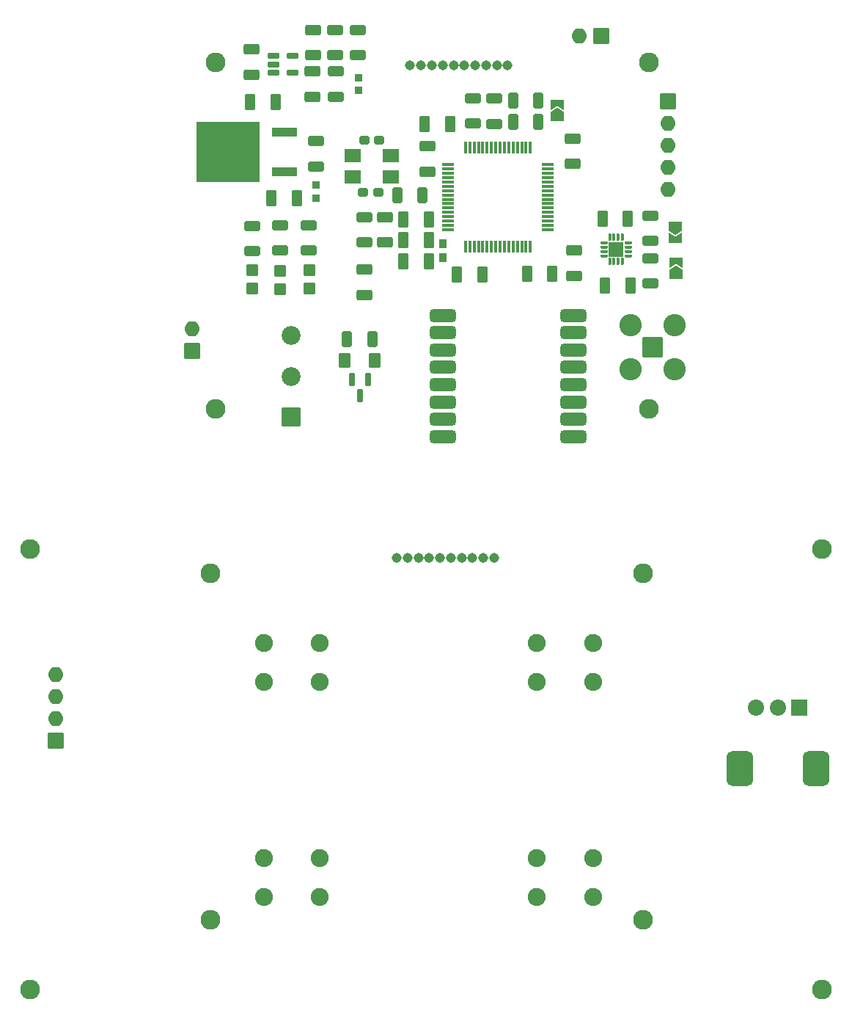
<source format=gbr>
%TF.GenerationSoftware,KiCad,Pcbnew,8.0.6*%
%TF.CreationDate,2025-07-11T21:41:36-04:00*%
%TF.ProjectId,receiver,72656365-6976-4657-922e-6b696361645f,rev?*%
%TF.SameCoordinates,Original*%
%TF.FileFunction,Soldermask,Top*%
%TF.FilePolarity,Negative*%
%FSLAX46Y46*%
G04 Gerber Fmt 4.6, Leading zero omitted, Abs format (unit mm)*
G04 Created by KiCad (PCBNEW 8.0.6) date 2025-07-11 21:41:36*
%MOMM*%
%LPD*%
G01*
G04 APERTURE LIST*
G04 Aperture macros list*
%AMRoundRect*
0 Rectangle with rounded corners*
0 $1 Rounding radius*
0 $2 $3 $4 $5 $6 $7 $8 $9 X,Y pos of 4 corners*
0 Add a 4 corners polygon primitive as box body*
4,1,4,$2,$3,$4,$5,$6,$7,$8,$9,$2,$3,0*
0 Add four circle primitives for the rounded corners*
1,1,$1+$1,$2,$3*
1,1,$1+$1,$4,$5*
1,1,$1+$1,$6,$7*
1,1,$1+$1,$8,$9*
0 Add four rect primitives between the rounded corners*
20,1,$1+$1,$2,$3,$4,$5,0*
20,1,$1+$1,$4,$5,$6,$7,0*
20,1,$1+$1,$6,$7,$8,$9,0*
20,1,$1+$1,$8,$9,$2,$3,0*%
%AMFreePoly0*
4,1,16,0.526870,0.776870,0.531618,0.771079,1.031618,0.021079,1.037262,-0.007452,1.031618,-0.021079,0.531618,-0.771079,0.507452,-0.787262,0.500000,-0.788000,-0.500000,-0.788000,-0.526870,-0.776870,-0.538000,-0.750000,-0.538000,0.750000,-0.526870,0.776870,-0.500000,0.788000,0.500000,0.788000,0.526870,0.776870,0.526870,0.776870,$1*%
%AMFreePoly1*
4,1,16,0.526870,0.776870,0.538000,0.750000,0.538000,-0.750000,0.526870,-0.776870,0.500000,-0.788000,-0.650000,-0.788000,-0.676870,-0.776870,-0.688000,-0.750000,-0.681618,-0.728921,-0.195670,0.000000,-0.681618,0.728921,-0.687262,0.757452,-0.671079,0.781618,-0.650000,0.788000,0.500000,0.788000,0.526870,0.776870,0.526870,0.776870,$1*%
G04 Aperture macros list end*
%ADD10RoundRect,0.169000X-0.531500X-0.169000X0.531500X-0.169000X0.531500X0.169000X-0.531500X0.169000X0*%
%ADD11RoundRect,0.266521X0.346479X0.671479X-0.346479X0.671479X-0.346479X-0.671479X0.346479X-0.671479X0*%
%ADD12RoundRect,0.256500X0.319000X0.256500X-0.319000X0.256500X-0.319000X-0.256500X0.319000X-0.256500X0*%
%ADD13RoundRect,0.038000X0.355600X-0.127000X0.355600X0.127000X-0.355600X0.127000X-0.355600X-0.127000X0*%
%ADD14RoundRect,0.038000X-0.127000X-0.355600X0.127000X-0.355600X0.127000X0.355600X-0.127000X0.355600X0*%
%ADD15RoundRect,0.038000X-0.838200X-0.838200X0.838200X-0.838200X0.838200X0.838200X-0.838200X0.838200X0*%
%ADD16RoundRect,0.038000X0.400000X-0.400000X0.400000X0.400000X-0.400000X0.400000X-0.400000X-0.400000X0*%
%ADD17RoundRect,0.266521X0.671479X-0.346479X0.671479X0.346479X-0.671479X0.346479X-0.671479X-0.346479X0*%
%ADD18RoundRect,0.038000X-0.900000X0.900000X-0.900000X-0.900000X0.900000X-0.900000X0.900000X0.900000X0*%
%ADD19C,1.876000*%
%ADD20RoundRect,0.769000X-0.769000X1.269000X-0.769000X-1.269000X0.769000X-1.269000X0.769000X1.269000X0*%
%ADD21FreePoly0,90.000000*%
%ADD22FreePoly1,90.000000*%
%ADD23RoundRect,0.266889X0.333611X0.646111X-0.333611X0.646111X-0.333611X-0.646111X0.333611X-0.646111X0*%
%ADD24RoundRect,0.266521X-0.346479X-0.671479X0.346479X-0.671479X0.346479X0.671479X-0.346479X0.671479X0*%
%ADD25C,2.276000*%
%ADD26RoundRect,0.038000X0.850000X0.850000X-0.850000X0.850000X-0.850000X-0.850000X0.850000X-0.850000X0*%
%ADD27O,1.776000X1.776000*%
%ADD28C,2.076000*%
%ADD29RoundRect,0.038000X0.600000X-0.600000X0.600000X0.600000X-0.600000X0.600000X-0.600000X-0.600000X0*%
%ADD30RoundRect,0.266889X0.646111X-0.333611X0.646111X0.333611X-0.646111X0.333611X-0.646111X-0.333611X0*%
%ADD31RoundRect,0.266889X-0.646111X0.333611X-0.646111X-0.333611X0.646111X-0.333611X0.646111X0.333611X0*%
%ADD32RoundRect,0.266521X-0.671479X0.346479X-0.671479X-0.346479X0.671479X-0.346479X0.671479X0.346479X0*%
%ADD33C,1.142800*%
%ADD34RoundRect,0.266889X-0.333611X-0.646111X0.333611X-0.646111X0.333611X0.646111X-0.333611X0.646111X0*%
%ADD35RoundRect,0.038000X-0.850000X0.850000X-0.850000X-0.850000X0.850000X-0.850000X0.850000X0.850000X0*%
%ADD36FreePoly0,270.000000*%
%ADD37FreePoly1,270.000000*%
%ADD38RoundRect,0.169000X-0.169000X0.606500X-0.169000X-0.606500X0.169000X-0.606500X0.169000X0.606500X0*%
%ADD39RoundRect,0.038000X-0.850000X-0.850000X0.850000X-0.850000X0.850000X0.850000X-0.850000X0.850000X0*%
%ADD40RoundRect,0.038000X-0.596900X-0.152400X0.596900X-0.152400X0.596900X0.152400X-0.596900X0.152400X0*%
%ADD41RoundRect,0.038000X0.152400X-0.596900X0.152400X0.596900X-0.152400X0.596900X-0.152400X-0.596900X0*%
%ADD42RoundRect,0.206712X-0.981288X0.981288X-0.981288X-0.981288X0.981288X-0.981288X0.981288X0.981288X0*%
%ADD43C,2.576000*%
%ADD44RoundRect,0.264615X-0.423385X-0.623385X0.423385X-0.623385X0.423385X0.623385X-0.423385X0.623385X0*%
%ADD45RoundRect,0.256500X-0.319000X-0.256500X0.319000X-0.256500X0.319000X0.256500X-0.319000X0.256500X0*%
%ADD46RoundRect,0.038000X0.400000X-0.500000X0.400000X0.500000X-0.400000X0.500000X-0.400000X-0.500000X0*%
%ADD47RoundRect,0.038000X1.054100X1.054100X-1.054100X1.054100X-1.054100X-1.054100X1.054100X-1.054100X0*%
%ADD48C,2.184200*%
%ADD49RoundRect,0.038000X0.900000X-0.700000X0.900000X0.700000X-0.900000X0.700000X-0.900000X-0.700000X0*%
%ADD50RoundRect,0.038000X1.397000X-0.469900X1.397000X0.469900X-1.397000X0.469900X-1.397000X-0.469900X0*%
%ADD51RoundRect,0.038000X3.619500X-3.416300X3.619500X3.416300X-3.619500X3.416300X-3.619500X-3.416300X0*%
%ADD52RoundRect,0.369000X1.144000X0.369000X-1.144000X0.369000X-1.144000X-0.369000X1.144000X-0.369000X0*%
G04 APERTURE END LIST*
D10*
%TO.C,U3*%
X137505713Y-43258876D03*
X137505713Y-44208876D03*
X137505713Y-45158876D03*
X139780713Y-45158876D03*
X139780713Y-43258876D03*
%TD*%
D11*
%TO.C,STM_C9*%
X155463978Y-66908813D03*
X152513978Y-66908813D03*
%TD*%
D12*
%TO.C,CSTL_C1*%
X149732286Y-52985967D03*
X148007286Y-52985967D03*
%TD*%
D13*
%TO.C,U4*%
X175717012Y-64805490D03*
X175717012Y-65305491D03*
X175717012Y-65805491D03*
X175717012Y-66305492D03*
D14*
X176364011Y-66952491D03*
X176864012Y-66952491D03*
X177364012Y-66952491D03*
X177864013Y-66952491D03*
D13*
X178511012Y-66305492D03*
X178511012Y-65805491D03*
X178511012Y-65305491D03*
X178511012Y-64805490D03*
D14*
X177864013Y-64158491D03*
X177364012Y-64158491D03*
X176864012Y-64158491D03*
X176364011Y-64158491D03*
D15*
X177114012Y-65555491D03*
%TD*%
D16*
%TO.C,PWR_D2*%
X147367667Y-47223728D03*
X147367667Y-45723728D03*
%TD*%
D17*
%TO.C,PWR_C4*%
X135026464Y-45438578D03*
X135026464Y-42488578D03*
%TD*%
D18*
%TO.C,RV1*%
X198285888Y-118411743D03*
D19*
X195785888Y-118411743D03*
X193285888Y-118411743D03*
D20*
X200185888Y-125411743D03*
X191385888Y-125411743D03*
%TD*%
D21*
%TO.C,JP1*%
X170333149Y-50230232D03*
D22*
X170333149Y-48780232D03*
%TD*%
D23*
%TO.C,PWR_R5*%
X148969020Y-75891804D03*
X146044020Y-75891804D03*
%TD*%
D24*
%TO.C,MLX_C1*%
X175803570Y-69693425D03*
X178753570Y-69693425D03*
%TD*%
D25*
%TO.C,HOLES1*%
X130867230Y-43980426D03*
X130867230Y-83980426D03*
X180867230Y-43980426D03*
X180867230Y-83980426D03*
%TD*%
D26*
%TO.C,PWR_J1*%
X128108863Y-77282777D03*
D27*
X128108863Y-74742777D03*
%TD*%
D11*
%TO.C,STM_C3*%
X161696298Y-68439425D03*
X158746298Y-68439425D03*
%TD*%
D28*
%TO.C,SW3*%
X136415298Y-135752778D03*
X142915298Y-135752778D03*
X136415298Y-140252778D03*
X142915298Y-140252778D03*
%TD*%
D29*
%TO.C,D3*%
X138338584Y-70109789D03*
X138338584Y-68009789D03*
%TD*%
D11*
%TO.C,STM_C4*%
X169748575Y-68339953D03*
X166798575Y-68339953D03*
%TD*%
D28*
%TO.C,SW1*%
X167921788Y-110941627D03*
X174421788Y-110941627D03*
X167921788Y-115441627D03*
X174421788Y-115441627D03*
%TD*%
D24*
%TO.C,STM_C1*%
X155007712Y-51061894D03*
X157957712Y-51061894D03*
%TD*%
D30*
%TO.C,S_R1*%
X148058437Y-64739000D03*
X148058437Y-61814000D03*
%TD*%
D11*
%TO.C,STM_C8*%
X155462380Y-64516701D03*
X152512380Y-64516701D03*
%TD*%
D31*
%TO.C,LED_R1*%
X135077166Y-62842584D03*
X135077166Y-65767584D03*
%TD*%
D25*
%TO.C,HOLES3*%
X109441750Y-100148492D03*
X109441750Y-150948492D03*
X200881750Y-100148492D03*
X200881750Y-150948492D03*
%TD*%
D32*
%TO.C,PWR_C5*%
X142068536Y-45003548D03*
X142068536Y-47953548D03*
%TD*%
D31*
%TO.C,PWR_R1*%
X142468240Y-53063899D03*
X142468240Y-55988899D03*
%TD*%
D33*
%TO.C,IF1*%
X164577829Y-44350546D03*
X163327829Y-44350546D03*
X162077829Y-44350546D03*
X160827829Y-44350546D03*
X159577829Y-44350546D03*
X158327829Y-44350546D03*
X157077829Y-44350546D03*
X155827829Y-44350546D03*
X154577829Y-44350546D03*
X153327829Y-44350546D03*
%TD*%
D28*
%TO.C,SW4*%
X136415298Y-110941627D03*
X142915298Y-110941627D03*
X136415298Y-115441627D03*
X142915298Y-115441627D03*
%TD*%
D29*
%TO.C,D4*%
X141662307Y-70087366D03*
X141662307Y-67987366D03*
%TD*%
D34*
%TO.C,S_R4*%
X151814828Y-59281044D03*
X154739828Y-59281044D03*
%TD*%
D32*
%TO.C,S_C10*%
X150425699Y-61813960D03*
X150425699Y-64763960D03*
%TD*%
D31*
%TO.C,I2C_R2*%
X163029926Y-48139458D03*
X163029926Y-51064458D03*
%TD*%
%TO.C,PWR_R4*%
X144715543Y-45015263D03*
X144715543Y-47940263D03*
%TD*%
D23*
%TO.C,STM_R2*%
X168123279Y-48387765D03*
X165198279Y-48387765D03*
%TD*%
D35*
%TO.C,J3*%
X175428337Y-40927890D03*
D27*
X172888337Y-40927890D03*
%TD*%
D11*
%TO.C,S_C7*%
X155473936Y-62136145D03*
X152523936Y-62136145D03*
%TD*%
D16*
%TO.C,PWR_D1*%
X142471913Y-59633230D03*
X142471913Y-58133230D03*
%TD*%
D36*
%TO.C,MLX_A0*%
X183961051Y-62826203D03*
D37*
X183961051Y-64276203D03*
%TD*%
D25*
%TO.C,HOLES2*%
X130230170Y-102915216D03*
X130230170Y-142915216D03*
X180230170Y-102915216D03*
X180230170Y-142915216D03*
%TD*%
D31*
%TO.C,LED_R2*%
X138322256Y-62755372D03*
X138322256Y-65680372D03*
%TD*%
%TO.C,PWR_R3*%
X147289663Y-40251263D03*
X147289663Y-43176263D03*
%TD*%
D30*
%TO.C,PWR_R2*%
X144694659Y-43156824D03*
X144694659Y-40231824D03*
%TD*%
D29*
%TO.C,D2*%
X135052420Y-70087366D03*
X135052420Y-67987366D03*
%TD*%
D31*
%TO.C,LED_R3*%
X141587184Y-62748610D03*
X141587184Y-65673610D03*
%TD*%
%TO.C,I2C_R1*%
X160536657Y-48120676D03*
X160536657Y-51045676D03*
%TD*%
D28*
%TO.C,SW2*%
X167921788Y-135752778D03*
X174421788Y-135752778D03*
X167921788Y-140252778D03*
X174421788Y-140252778D03*
%TD*%
D24*
%TO.C,PWR_C1*%
X137321034Y-59673929D03*
X140271034Y-59673929D03*
%TD*%
D38*
%TO.C,Q2*%
X147547661Y-82465535D03*
X148497661Y-80590535D03*
X146597661Y-80590535D03*
%TD*%
D17*
%TO.C,S_C2*%
X155331844Y-56574983D03*
X155331844Y-53624983D03*
%TD*%
D21*
%TO.C,MLX_A1*%
X183989084Y-68425140D03*
D22*
X183989084Y-66975140D03*
%TD*%
D39*
%TO.C,J2*%
X183117816Y-48439839D03*
D27*
X183117816Y-50979839D03*
X183117816Y-53519839D03*
X183117816Y-56059839D03*
X183117816Y-58599839D03*
%TD*%
D30*
%TO.C,MLX_R1*%
X181101648Y-64588437D03*
X181101648Y-61663437D03*
%TD*%
D40*
%TO.C,U1*%
X157705292Y-55777273D03*
X157705292Y-56277272D03*
X157705292Y-56777273D03*
X157705292Y-57277272D03*
X157705292Y-57777274D03*
X157705292Y-58277273D03*
X157705292Y-58777272D03*
X157705292Y-59277273D03*
X157705292Y-59777273D03*
X157705292Y-60277274D03*
X157705292Y-60777273D03*
X157705292Y-61277272D03*
X157705292Y-61777274D03*
X157705292Y-62277273D03*
X157705292Y-62777274D03*
X157705292Y-63277273D03*
D41*
X159705291Y-65277272D03*
X160205290Y-65277272D03*
X160705291Y-65277272D03*
X161205290Y-65277272D03*
X161705292Y-65277272D03*
X162205291Y-65277272D03*
X162705290Y-65277272D03*
X163205291Y-65277272D03*
X163705291Y-65277272D03*
X164205292Y-65277272D03*
X164705291Y-65277272D03*
X165205290Y-65277272D03*
X165705292Y-65277272D03*
X166205291Y-65277272D03*
X166705292Y-65277272D03*
X167205291Y-65277272D03*
D40*
X169205290Y-63277273D03*
X169205290Y-62777274D03*
X169205290Y-62277273D03*
X169205290Y-61777274D03*
X169205290Y-61277272D03*
X169205290Y-60777273D03*
X169205290Y-60277274D03*
X169205290Y-59777273D03*
X169205290Y-59277273D03*
X169205290Y-58777272D03*
X169205290Y-58277273D03*
X169205290Y-57777274D03*
X169205290Y-57277272D03*
X169205290Y-56777273D03*
X169205290Y-56277272D03*
X169205290Y-55777273D03*
D41*
X167205291Y-53777274D03*
X166705292Y-53777274D03*
X166205291Y-53777274D03*
X165705292Y-53777274D03*
X165205290Y-53777274D03*
X164705291Y-53777274D03*
X164205292Y-53777274D03*
X163705291Y-53777274D03*
X163205291Y-53777274D03*
X162705290Y-53777274D03*
X162205291Y-53777274D03*
X161705292Y-53777274D03*
X161205290Y-53777274D03*
X160705291Y-53777274D03*
X160205290Y-53777274D03*
X159705291Y-53777274D03*
%TD*%
D32*
%TO.C,MLX_C3*%
X148077387Y-67899531D03*
X148077387Y-70849531D03*
%TD*%
D34*
%TO.C,STM_R3*%
X165198279Y-50826667D03*
X168123279Y-50826667D03*
%TD*%
D31*
%TO.C,MLX_R2*%
X181073615Y-66574040D03*
X181073615Y-69499040D03*
%TD*%
D42*
%TO.C,J1*%
X181282612Y-76833861D03*
D43*
X183822612Y-74293861D03*
X178742612Y-74293861D03*
X183822612Y-79373861D03*
X178742612Y-79373861D03*
%TD*%
D17*
%TO.C,PWR_C3*%
X142094537Y-43176394D03*
X142094537Y-40226394D03*
%TD*%
D44*
%TO.C,D1*%
X145751950Y-78346927D03*
X149251950Y-78346927D03*
%TD*%
D11*
%TO.C,PWR_C2*%
X137785048Y-48570026D03*
X134835048Y-48570026D03*
%TD*%
D24*
%TO.C,MLX_C2*%
X175526094Y-62036645D03*
X178476094Y-62036645D03*
%TD*%
D45*
%TO.C,CSTL_C2*%
X147898619Y-58931564D03*
X149623619Y-58931564D03*
%TD*%
D17*
%TO.C,STM_C6*%
X172225878Y-68651368D03*
X172225878Y-65701368D03*
%TD*%
D32*
%TO.C,STM_C5*%
X172043004Y-52758197D03*
X172043004Y-55708197D03*
%TD*%
D46*
%TO.C,FB1*%
X157084414Y-66518535D03*
X157084414Y-64918535D03*
%TD*%
D47*
%TO.C,SW5*%
X139561857Y-84915114D03*
D48*
X139561857Y-80216114D03*
X139561857Y-75517114D03*
%TD*%
D49*
%TO.C,Y1*%
X151085309Y-54766527D03*
X151085309Y-57166527D03*
X146685309Y-57166527D03*
X146685309Y-54766527D03*
%TD*%
D33*
%TO.C,IF2*%
X163018039Y-101157615D03*
X161768039Y-101157615D03*
X160518039Y-101157615D03*
X159268039Y-101157615D03*
X158018039Y-101157615D03*
X156768039Y-101157615D03*
X155518039Y-101157615D03*
X154268039Y-101157615D03*
X153018039Y-101157615D03*
X151768039Y-101157615D03*
%TD*%
D50*
%TO.C,U2*%
X138769342Y-56573293D03*
D51*
X132254242Y-54283292D03*
D50*
X138769342Y-51993291D03*
%TD*%
D39*
%TO.C,J4*%
X112415550Y-122238730D03*
D27*
X112415550Y-119698730D03*
X112415550Y-117158730D03*
X112415550Y-114618730D03*
%TD*%
D52*
%TO.C,RF1*%
X172149215Y-73155492D03*
X172149215Y-75155492D03*
X172149215Y-77155492D03*
X172149215Y-79155492D03*
X172149215Y-81155492D03*
X172149215Y-83155492D03*
X172149215Y-85155492D03*
X172149215Y-87155492D03*
X157099215Y-73155492D03*
X157099215Y-75155492D03*
X157099215Y-77155492D03*
X157099215Y-79155492D03*
X157099215Y-81155492D03*
X157099215Y-83155492D03*
X157099215Y-85155492D03*
X157099215Y-87155492D03*
%TD*%
M02*

</source>
